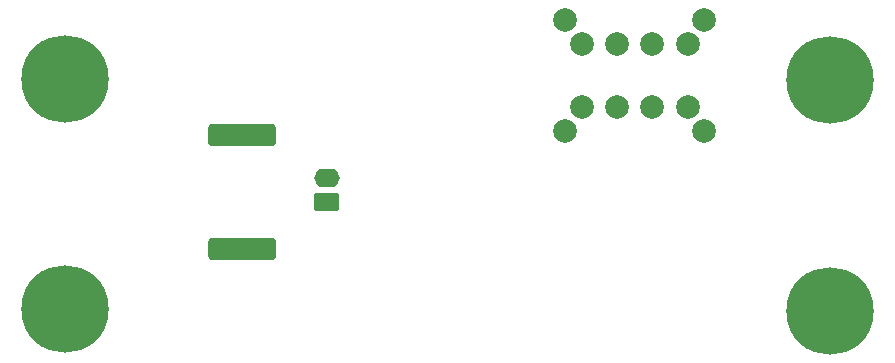
<source format=gbs>
G04 #@! TF.GenerationSoftware,KiCad,Pcbnew,(5.1.0)-1*
G04 #@! TF.CreationDate,2019-05-21T21:29:46+02:00*
G04 #@! TF.ProjectId,currentscaler,63757272-656e-4747-9363-616c65722e6b,rev?*
G04 #@! TF.SameCoordinates,Original*
G04 #@! TF.FileFunction,Soldermask,Bot*
G04 #@! TF.FilePolarity,Negative*
%FSLAX46Y46*%
G04 Gerber Fmt 4.6, Leading zero omitted, Abs format (unit mm)*
G04 Created by KiCad (PCBNEW (5.1.0)-1) date 2019-05-21 21:29:46*
%MOMM*%
%LPD*%
G04 APERTURE LIST*
%ADD10O,2.150000X1.600000*%
%ADD11C,0.100000*%
%ADD12C,1.600000*%
%ADD13C,1.875000*%
%ADD14C,2.000000*%
%ADD15C,7.400000*%
G04 APERTURE END LIST*
D10*
X125600000Y-107800000D03*
D11*
G36*
X126374340Y-109001605D02*
G01*
X126406698Y-109006405D01*
X126438429Y-109014353D01*
X126469229Y-109025373D01*
X126498800Y-109039359D01*
X126526857Y-109056177D01*
X126553132Y-109075663D01*
X126577369Y-109097631D01*
X126599337Y-109121868D01*
X126618823Y-109148143D01*
X126635641Y-109176200D01*
X126649627Y-109205771D01*
X126660647Y-109236571D01*
X126668595Y-109268302D01*
X126673395Y-109300660D01*
X126675000Y-109333332D01*
X126675000Y-110266668D01*
X126673395Y-110299340D01*
X126668595Y-110331698D01*
X126660647Y-110363429D01*
X126649627Y-110394229D01*
X126635641Y-110423800D01*
X126618823Y-110451857D01*
X126599337Y-110478132D01*
X126577369Y-110502369D01*
X126553132Y-110524337D01*
X126526857Y-110543823D01*
X126498800Y-110560641D01*
X126469229Y-110574627D01*
X126438429Y-110585647D01*
X126406698Y-110593595D01*
X126374340Y-110598395D01*
X126341668Y-110600000D01*
X124858332Y-110600000D01*
X124825660Y-110598395D01*
X124793302Y-110593595D01*
X124761571Y-110585647D01*
X124730771Y-110574627D01*
X124701200Y-110560641D01*
X124673143Y-110543823D01*
X124646868Y-110524337D01*
X124622631Y-110502369D01*
X124600663Y-110478132D01*
X124581177Y-110451857D01*
X124564359Y-110423800D01*
X124550373Y-110394229D01*
X124539353Y-110363429D01*
X124531405Y-110331698D01*
X124526605Y-110299340D01*
X124525000Y-110266668D01*
X124525000Y-109333332D01*
X124526605Y-109300660D01*
X124531405Y-109268302D01*
X124539353Y-109236571D01*
X124550373Y-109205771D01*
X124564359Y-109176200D01*
X124581177Y-109148143D01*
X124600663Y-109121868D01*
X124622631Y-109097631D01*
X124646868Y-109075663D01*
X124673143Y-109056177D01*
X124701200Y-109039359D01*
X124730771Y-109025373D01*
X124761571Y-109014353D01*
X124793302Y-109006405D01*
X124825660Y-109001605D01*
X124858332Y-109000000D01*
X126341668Y-109000000D01*
X126374340Y-109001605D01*
X126374340Y-109001605D01*
G37*
D12*
X125600000Y-109800000D03*
D11*
G36*
X121013353Y-112826530D02*
G01*
X121044202Y-112831106D01*
X121074455Y-112838684D01*
X121103819Y-112849191D01*
X121132011Y-112862525D01*
X121158762Y-112878558D01*
X121183811Y-112897137D01*
X121206919Y-112918081D01*
X121227863Y-112941189D01*
X121246442Y-112966238D01*
X121262475Y-112992989D01*
X121275809Y-113021181D01*
X121286316Y-113050545D01*
X121293894Y-113080798D01*
X121298470Y-113111647D01*
X121300000Y-113142797D01*
X121300000Y-114382203D01*
X121298470Y-114413353D01*
X121293894Y-114444202D01*
X121286316Y-114474455D01*
X121275809Y-114503819D01*
X121262475Y-114532011D01*
X121246442Y-114558762D01*
X121227863Y-114583811D01*
X121206919Y-114606919D01*
X121183811Y-114627863D01*
X121158762Y-114646442D01*
X121132011Y-114662475D01*
X121103819Y-114675809D01*
X121074455Y-114686316D01*
X121044202Y-114693894D01*
X121013353Y-114698470D01*
X120982203Y-114700000D01*
X115917797Y-114700000D01*
X115886647Y-114698470D01*
X115855798Y-114693894D01*
X115825545Y-114686316D01*
X115796181Y-114675809D01*
X115767989Y-114662475D01*
X115741238Y-114646442D01*
X115716189Y-114627863D01*
X115693081Y-114606919D01*
X115672137Y-114583811D01*
X115653558Y-114558762D01*
X115637525Y-114532011D01*
X115624191Y-114503819D01*
X115613684Y-114474455D01*
X115606106Y-114444202D01*
X115601530Y-114413353D01*
X115600000Y-114382203D01*
X115600000Y-113142797D01*
X115601530Y-113111647D01*
X115606106Y-113080798D01*
X115613684Y-113050545D01*
X115624191Y-113021181D01*
X115637525Y-112992989D01*
X115653558Y-112966238D01*
X115672137Y-112941189D01*
X115693081Y-112918081D01*
X115716189Y-112897137D01*
X115741238Y-112878558D01*
X115767989Y-112862525D01*
X115796181Y-112849191D01*
X115825545Y-112838684D01*
X115855798Y-112831106D01*
X115886647Y-112826530D01*
X115917797Y-112825000D01*
X120982203Y-112825000D01*
X121013353Y-112826530D01*
X121013353Y-112826530D01*
G37*
D13*
X118450000Y-113762500D03*
D11*
G36*
X121013353Y-103201530D02*
G01*
X121044202Y-103206106D01*
X121074455Y-103213684D01*
X121103819Y-103224191D01*
X121132011Y-103237525D01*
X121158762Y-103253558D01*
X121183811Y-103272137D01*
X121206919Y-103293081D01*
X121227863Y-103316189D01*
X121246442Y-103341238D01*
X121262475Y-103367989D01*
X121275809Y-103396181D01*
X121286316Y-103425545D01*
X121293894Y-103455798D01*
X121298470Y-103486647D01*
X121300000Y-103517797D01*
X121300000Y-104757203D01*
X121298470Y-104788353D01*
X121293894Y-104819202D01*
X121286316Y-104849455D01*
X121275809Y-104878819D01*
X121262475Y-104907011D01*
X121246442Y-104933762D01*
X121227863Y-104958811D01*
X121206919Y-104981919D01*
X121183811Y-105002863D01*
X121158762Y-105021442D01*
X121132011Y-105037475D01*
X121103819Y-105050809D01*
X121074455Y-105061316D01*
X121044202Y-105068894D01*
X121013353Y-105073470D01*
X120982203Y-105075000D01*
X115917797Y-105075000D01*
X115886647Y-105073470D01*
X115855798Y-105068894D01*
X115825545Y-105061316D01*
X115796181Y-105050809D01*
X115767989Y-105037475D01*
X115741238Y-105021442D01*
X115716189Y-105002863D01*
X115693081Y-104981919D01*
X115672137Y-104958811D01*
X115653558Y-104933762D01*
X115637525Y-104907011D01*
X115624191Y-104878819D01*
X115613684Y-104849455D01*
X115606106Y-104819202D01*
X115601530Y-104788353D01*
X115600000Y-104757203D01*
X115600000Y-103517797D01*
X115601530Y-103486647D01*
X115606106Y-103455798D01*
X115613684Y-103425545D01*
X115624191Y-103396181D01*
X115637525Y-103367989D01*
X115653558Y-103341238D01*
X115672137Y-103316189D01*
X115693081Y-103293081D01*
X115716189Y-103272137D01*
X115741238Y-103253558D01*
X115767989Y-103237525D01*
X115796181Y-103224191D01*
X115825545Y-103213684D01*
X115855798Y-103206106D01*
X115886647Y-103201530D01*
X115917797Y-103200000D01*
X120982203Y-103200000D01*
X121013353Y-103201530D01*
X121013353Y-103201530D01*
G37*
D13*
X118450000Y-104137500D03*
D14*
X156200000Y-101750000D03*
X153200000Y-101750000D03*
X150200000Y-101750000D03*
X147200000Y-101750000D03*
X156200000Y-96450000D03*
X150200000Y-96450000D03*
X147200000Y-96450000D03*
X153200000Y-96450000D03*
X145800000Y-94400000D03*
X157600000Y-94400000D03*
X157600000Y-103800000D03*
X145800000Y-103800000D03*
D15*
X168230000Y-119000000D03*
X168230000Y-99500000D03*
X103460000Y-99390000D03*
X103460000Y-118890000D03*
M02*

</source>
